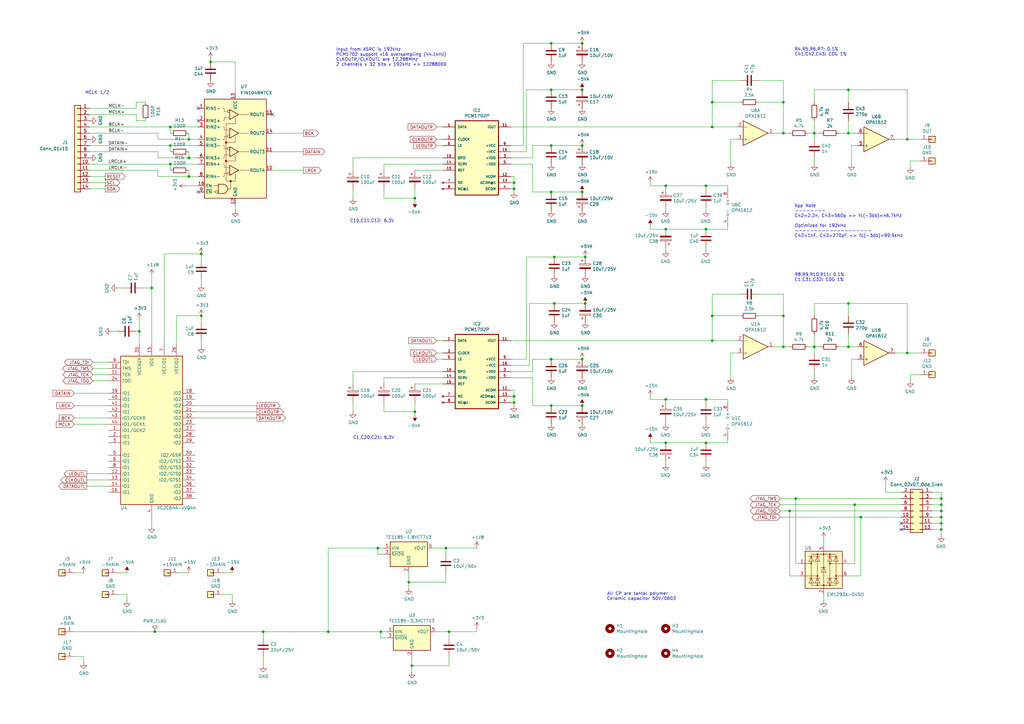
<source format=kicad_sch>
(kicad_sch (version 20250114) (generator "eeschema") (generator_version "9.0")
  (paper "A3")
  (title_block (title "DAC I2S NOS") (date "2022-06-16") (rev "V5"))
  (text "All CP are tantal polymer\nCeramic capacitor 50V/0603" (at 248.92 246.38 0) (effects (font (size 1.27 1.27)) (justify left bottom)))
  (text "C1,C20,C21: 6.3V" (at 144.78 180.34 0) (effects (font (size 1.27 1.27)) (justify left bottom)))
  (text "R8,R9,R10,R11: 0.1%\nC1,C31,C32: C0G 1%" (at 325.882 115.57 0) (effects (font (size 1.27 1.27)) (justify left bottom)))
  (text "C10,C11,C12: 6.3V" (at 143.51 91.44 0) (effects (font (size 1.27 1.27)) (justify left bottom)))
  (text "R4,R5,R6,R7: 0.1%\nC41,C42,C43: C0G 1%" (at 325.882 23.114 0) (effects (font (size 1.27 1.27)) (justify left bottom)))
  (text "Input from ASRC is 192kHz\nPCM1702 support x16 oversampling (44.1kHz)\nCLKOUTR/CLKOUTL are 12.288MHz\n2 channels x 32 bits x 192kHz => 12288000" (at 137.795 27.305 0) (effects (font (size 1.27 1.27)) (justify left bottom)))
  (text "App Note\n--------\nC42=2.2n, C43=560p => fc(-3db)=46.7kHz\n\nOptimized for 192kHz\n--------------------\nC42=1nF, C43=270pF => fc(-3db)=99.9kHz" (at 325.882 90.678 0) (effects (font (size 1.27 1.27)) (justify left)))
  (text "MCLK 1/2" (at 39.878 38.1 0) (effects (font (size 1.27 1.27))))
  (junction (at 372.11 57.15))
  (junction (at 289.56 76.2))
  (junction (at 386.08 209.55))
  (junction (at 372.11 144.78))
  (junction (at 226.06 59.69))
  (junction (at 69.85 59.69))
  (junction (at 273.05 181.61))
  (junction (at 273.05 76.2))
  (junction (at 154.94 224.79))
  (junction (at 386.08 217.17))
  (junction (at 210.82 74.93))
  (junction (at 107.95 259.08))
  (junction (at 347.98 36.83))
  (junction (at 227.33 124.46))
  (junction (at 226.06 36.83))
  (junction (at 238.76 36.83))
  (junction (at 334.01 54.61))
  (junction (at 321.31 142.24))
  (junction (at 210.82 165.1))
  (junction (at 69.85 67.31))
  (junction (at 240.03 124.46))
  (junction (at 77.47 57.15))
  (junction (at 210.82 162.56))
  (junction (at 226.06 147.32))
  (junction (at 69.85 52.07))
  (junction (at 184.15 259.08))
  (junction (at 347.98 124.46))
  (junction (at 238.76 166.37))
  (junction (at 170.18 168.91))
  (junction (at 292.1 129.54))
  (junction (at 240.03 105.41))
  (junction (at 386.08 212.09))
  (junction (at 321.31 54.61))
  (junction (at 386.08 207.01))
  (junction (at 334.01 142.24))
  (junction (at 238.76 78.74))
  (junction (at 168.91 273.05))
  (junction (at 82.55 104.14))
  (junction (at 238.76 17.78))
  (junction (at 326.39 204.47))
  (junction (at 134.62 259.08))
  (junction (at 238.76 59.69))
  (junction (at 82.55 129.54))
  (junction (at 273.05 93.98))
  (junction (at 226.06 166.37))
  (junction (at 156.21 259.08))
  (junction (at 170.18 81.28))
  (junction (at 386.08 204.47))
  (junction (at 386.08 214.63))
  (junction (at 77.47 64.77))
  (junction (at 57.15 135.89))
  (junction (at 62.23 118.11))
  (junction (at 227.33 105.41))
  (junction (at 292.1 139.7))
  (junction (at 350.52 207.01))
  (junction (at 273.05 163.83))
  (junction (at 167.64 238.76))
  (junction (at 238.76 147.32))
  (junction (at 353.06 212.09))
  (junction (at 226.06 78.74))
  (junction (at 321.31 129.54))
  (junction (at 86.36 25.4))
  (junction (at 292.1 41.91))
  (junction (at 182.88 224.79))
  (junction (at 289.56 93.98))
  (junction (at 63.5 259.08))
  (junction (at 77.47 72.39))
  (junction (at 210.82 77.47))
  (junction (at 292.1 52.07))
  (junction (at 321.31 41.91))
  (junction (at 289.56 181.61))
  (junction (at 289.56 163.83))
  (junction (at 323.85 209.55))
  (junction (at 347.98 142.24))
  (junction (at 226.06 17.78))
  (junction (at 347.98 54.61))
  (no_connect (at 369.57 217.17))
  (no_connect (at 81.28 78.74))
  (no_connect (at 81.28 44.45))
  (no_connect (at 111.76 46.99))
  (no_connect (at 81.28 49.53))
  (no_connect (at 369.57 214.63))
  (wire (pts (xy 30.48 161.29) (xy 44.45 161.29)))
  (wire (pts (xy 55.88 135.89) (xy 57.15 135.89)))
  (wire (pts (xy 334.01 144.78) (xy 334.01 142.24)))
  (wire (pts (xy 95.25 234.95) (xy 91.44 234.95)))
  (wire (pts (xy 157.48 69.85) (xy 157.48 67.31)))
  (wire (pts (xy 218.44 154.94) (xy 218.44 166.37)))
  (wire (pts (xy 382.27 214.63) (xy 386.08 214.63)))
  (wire (pts (xy 386.08 214.63) (xy 386.08 212.09)))
  (wire (pts (xy 363.22 201.93) (xy 363.22 198.12)))
  (wire (pts (xy 64.77 64.77) (xy 77.47 64.77)))
  (wire (pts (xy 184.15 261.62) (xy 184.15 259.08)))
  (wire (pts (xy 36.83 62.23) (xy 64.77 62.23)))
  (wire (pts (xy 34.29 234.95) (xy 30.48 234.95)))
  (wire (pts (xy 210.82 72.39) (xy 209.55 72.39)))
  (wire (pts (xy 34.29 271.78) (xy 34.29 269.24)))
  (wire (pts (xy 63.5 259.08) (xy 107.95 259.08)))
  (wire (pts (xy 214.63 17.78) (xy 214.63 59.69)))
  (wire (pts (xy 30.48 166.37) (xy 44.45 166.37)))
  (wire (pts (xy 170.18 168.91) (xy 170.18 165.1)))
  (wire (pts (xy 209.55 62.23) (xy 215.9 62.23)))
  (wire (pts (xy 210.82 160.02) (xy 209.55 160.02)))
  (wire (pts (xy 209.55 52.07) (xy 292.1 52.07)))
  (wire (pts (xy 111.76 62.23) (xy 124.46 62.23)))
  (wire (pts (xy 218.44 147.32) (xy 226.06 147.32)))
  (wire (pts (xy 336.55 54.61) (xy 334.01 54.61)))
  (wire (pts (xy 326.39 204.47) (xy 320.04 204.47)))
  (wire (pts (xy 210.82 77.47) (xy 210.82 74.93)))
  (wire (pts (xy 179.07 59.69) (xy 181.61 59.69)))
  (wire (pts (xy 157.48 67.31) (xy 181.61 67.31)))
  (wire (pts (xy 273.05 93.98) (xy 266.7 93.98)))
  (wire (pts (xy 334.01 57.15) (xy 334.01 54.61)))
  (wire (pts (xy 62.23 215.9) (xy 62.23 212.09)))
  (wire (pts (xy 62.23 113.03) (xy 62.23 118.11)))
  (wire (pts (xy 210.82 162.56) (xy 209.55 162.56)))
  (wire (pts (xy 214.63 17.78) (xy 226.06 17.78)))
  (wire (pts (xy 326.39 231.14) (xy 326.39 204.47)))
  (wire (pts (xy 167.64 241.3) (xy 167.64 238.76)))
  (wire (pts (xy 30.48 173.99) (xy 44.45 173.99)))
  (wire (pts (xy 170.18 82.55) (xy 170.18 81.28)))
  (wire (pts (xy 209.55 149.86) (xy 217.17 149.86)))
  (wire (pts (xy 386.08 217.17) (xy 386.08 214.63)))
  (wire (pts (xy 218.44 59.69) (xy 226.06 59.69)))
  (wire (pts (xy 77.47 62.23) (xy 77.47 64.77)))
  (wire (pts (xy 210.82 165.1) (xy 210.82 162.56)))
  (wire (pts (xy 298.45 180.34) (xy 298.45 181.61)))
  (wire (pts (xy 386.08 201.93) (xy 382.27 201.93)))
  (wire (pts (xy 292.1 52.07) (xy 292.1 41.91)))
  (wire (pts (xy 273.05 76.2) (xy 266.7 76.2)))
  (wire (pts (xy 273.05 181.61) (xy 266.7 181.61)))
  (wire (pts (xy 386.08 209.55) (xy 386.08 207.01)))
  (wire (pts (xy 30.48 259.08) (xy 63.5 259.08)))
  (wire (pts (xy 44.45 156.21) (xy 38.1 156.21)))
  (wire (pts (xy 273.05 163.83) (xy 273.05 165.1)))
  (wire (pts (xy 336.55 142.24) (xy 334.01 142.24)))
  (wire (pts (xy 226.06 36.83) (xy 238.76 36.83)))
  (wire (pts (xy 298.45 92.71) (xy 298.45 93.98)))
  (wire (pts (xy 373.38 156.21) (xy 373.38 153.67)))
  (wire (pts (xy 321.31 41.91) (xy 321.31 33.02)))
  (wire (pts (xy 64.77 54.61) (xy 64.77 57.15)))
  (wire (pts (xy 299.72 67.31) (xy 299.72 57.15)))
  (wire (pts (xy 36.83 72.39) (xy 43.18 72.39)))
  (wire (pts (xy 382.27 207.01) (xy 386.08 207.01)))
  (wire (pts (xy 157.48 168.91) (xy 170.18 168.91)))
  (wire (pts (xy 289.56 86.36) (xy 289.56 85.09)))
  (wire (pts (xy 170.18 81.28) (xy 170.18 77.47)))
  (wire (pts (xy 62.23 118.11) (xy 62.23 140.97)))
  (wire (pts (xy 289.56 190.5) (xy 289.56 189.23)))
  (wire (pts (xy 214.63 59.69) (xy 209.55 59.69)))
  (wire (pts (xy 181.61 69.85) (xy 170.18 69.85)))
  (wire (pts (xy 347.98 137.16) (xy 347.98 142.24)))
  (wire (pts (xy 34.29 269.24) (xy 30.48 269.24)))
  (wire (pts (xy 77.47 54.61) (xy 77.47 57.15)))
  (wire (pts (xy 55.88 46.99) (xy 55.88 49.53)))
  (wire (pts (xy 372.11 36.83) (xy 372.11 57.15)))
  (wire (pts (xy 179.07 144.78) (xy 181.61 144.78)))
  (wire (pts (xy 302.26 139.7) (xy 292.1 139.7)))
  (wire (pts (xy 36.83 44.45) (xy 55.88 44.45)))
  (wire (pts (xy 320.04 212.09) (xy 353.06 212.09)))
  (wire (pts (xy 321.31 54.61) (xy 317.5 54.61)))
  (wire (pts (xy 35.56 196.85) (xy 44.45 196.85)))
  (wire (pts (xy 64.77 69.85) (xy 64.77 72.39)))
  (wire (pts (xy 69.85 59.69) (xy 69.85 62.23)))
  (wire (pts (xy 210.82 77.47) (xy 209.55 77.47)))
  (wire (pts (xy 64.77 57.15) (xy 77.47 57.15)))
  (wire (pts (xy 334.01 154.94) (xy 334.01 152.4)))
  (wire (pts (xy 181.61 152.4) (xy 144.78 152.4)))
  (wire (pts (xy 195.58 259.08) (xy 195.58 257.81)))
  (wire (pts (xy 77.47 57.15) (xy 81.28 57.15)))
  (wire (pts (xy 218.44 152.4) (xy 218.44 147.32)))
  (wire (pts (xy 179.07 259.08) (xy 184.15 259.08)))
  (wire (pts (xy 82.55 116.84) (xy 82.55 114.3)))
  (wire (pts (xy 77.47 234.95) (xy 73.66 234.95)))
  (wire (pts (xy 157.48 77.47) (xy 157.48 81.28)))
  (wire (pts (xy 209.55 64.77) (xy 218.44 64.77)))
  (wire (pts (xy 80.01 171.45) (xy 105.41 171.45)))
  (wire (pts (xy 321.31 41.91) (xy 321.31 54.61)))
  (wire (pts (xy 36.83 52.07) (xy 69.85 52.07)))
  (wire (pts (xy 156.21 261.62) (xy 156.21 259.08)))
  (wire (pts (xy 210.82 165.1) (xy 209.55 165.1)))
  (wire (pts (xy 353.06 212.09) (xy 369.57 212.09)))
  (wire (pts (xy 382.27 209.55) (xy 386.08 209.55)))
  (wire (pts (xy 58.42 118.11) (xy 62.23 118.11)))
  (wire (pts (xy 303.53 33.02) (xy 292.1 33.02)))
  (wire (pts (xy 168.91 273.05) (xy 168.91 269.24)))
  (wire (pts (xy 57.15 135.89) (xy 57.15 140.97)))
  (wire (pts (xy 77.47 69.85) (xy 77.47 72.39)))
  (wire (pts (xy 273.05 190.5) (xy 273.05 189.23)))
  (wire (pts (xy 167.64 238.76) (xy 182.88 238.76)))
  (wire (pts (xy 347.98 236.22) (xy 353.06 236.22)))
  (wire (pts (xy 36.83 54.61) (xy 64.77 54.61)))
  (wire (pts (xy 226.06 147.32) (xy 238.76 147.32)))
  (wire (pts (xy 303.53 120.65) (xy 292.1 120.65)))
  (wire (pts (xy 298.45 163.83) (xy 289.56 163.83)))
  (wire (pts (xy 347.98 41.91) (xy 347.98 36.83)))
  (wire (pts (xy 321.31 142.24) (xy 317.5 142.24)))
  (wire (pts (xy 334.01 41.91) (xy 334.01 36.83)))
  (wire (pts (xy 44.45 199.39) (xy 35.56 199.39)))
  (wire (pts (xy 347.98 36.83) (xy 372.11 36.83)))
  (wire (pts (xy 289.56 163.83) (xy 289.56 165.1)))
  (wire (pts (xy 64.77 62.23) (xy 64.77 64.77)))
  (wire (pts (xy 96.52 25.4) (xy 86.36 25.4)))
  (wire (pts (xy 334.01 54.61) (xy 331.47 54.61)))
  (wire (pts (xy 298.45 93.98) (xy 289.56 93.98)))
  (wire (pts (xy 350.52 231.14) (xy 350.52 207.01)))
  (wire (pts (xy 105.41 168.91) (xy 80.01 168.91)))
  (wire (pts (xy 86.36 24.13) (xy 86.36 25.4)))
  (wire (pts (xy 55.88 41.91) (xy 59.69 41.91)))
  (wire (pts (xy 77.47 64.77) (xy 81.28 64.77)))
  (wire (pts (xy 215.9 105.41) (xy 227.33 105.41)))
  (wire (pts (xy 69.85 52.07) (xy 81.28 52.07)))
  (wire (pts (xy 82.55 132.08) (xy 82.55 129.54)))
  (wire (pts (xy 35.56 194.31) (xy 44.45 194.31)))
  (wire (pts (xy 266.7 163.83) (xy 266.7 162.56)))
  (wire (pts (xy 154.94 224.79) (xy 157.48 224.79)))
  (wire (pts (xy 55.88 44.45) (xy 55.88 41.91)))
  (wire (pts (xy 227.33 105.41) (xy 240.03 105.41)))
  (wire (pts (xy 44.45 148.59) (xy 38.1 148.59)))
  (wire (pts (xy 36.83 74.93) (xy 43.18 74.93)))
  (wire (pts (xy 167.64 238.76) (xy 167.64 234.95)))
  (wire (pts (xy 299.72 57.15) (xy 302.26 57.15)))
  (wire (pts (xy 168.91 275.59) (xy 168.91 273.05)))
  (wire (pts (xy 96.52 83.82) (xy 96.52 86.36)))
  (wire (pts (xy 134.62 259.08) (xy 156.21 259.08)))
  (wire (pts (xy 347.98 54.61) (xy 344.17 54.61)))
  (wire (pts (xy 69.85 52.07) (xy 69.85 54.61)))
  (wire (pts (xy 69.85 67.31) (xy 81.28 67.31)))
  (wire (pts (xy 158.75 261.62) (xy 156.21 261.62)))
  (wire (pts (xy 311.15 41.91) (xy 321.31 41.91)))
  (wire (pts (xy 218.44 78.74) (xy 226.06 78.74)))
  (wire (pts (xy 144.78 168.91) (xy 144.78 165.1)))
  (wire (pts (xy 134.62 224.79) (xy 154.94 224.79)))
  (wire (pts (xy 323.85 236.22) (xy 323.85 209.55)))
  (wire (pts (xy 157.48 154.94) (xy 181.61 154.94)))
  (wire (pts (xy 209.55 147.32) (xy 215.9 147.32)))
  (wire (pts (xy 157.48 157.48) (xy 157.48 154.94)))
  (wire (pts (xy 64.77 72.39) (xy 77.47 72.39)))
  (wire (pts (xy 323.85 54.61) (xy 321.31 54.61)))
  (wire (pts (xy 44.45 153.67) (xy 38.1 153.67)))
  (wire (pts (xy 96.52 38.1) (xy 96.52 25.4)))
  (wire (pts (xy 144.78 64.77) (xy 144.78 69.85)))
  (wire (pts (xy 372.11 57.15) (xy 367.03 57.15)))
  (wire (pts (xy 226.06 166.37) (xy 238.76 166.37)))
  (wire (pts (xy 107.95 261.62) (xy 107.95 259.08)))
  (wire (pts (xy 80.01 166.37) (xy 105.41 166.37)))
  (wire (pts (xy 349.25 154.94) (xy 349.25 147.32)))
  (wire (pts (xy 292.1 33.02) (xy 292.1 41.91)))
  (wire (pts (xy 321.31 129.54) (xy 321.31 142.24)))
  (wire (pts (xy 179.07 52.07) (xy 181.61 52.07)))
  (wire (pts (xy 292.1 139.7) (xy 292.1 129.54)))
  (wire (pts (xy 292.1 129.54) (xy 303.53 129.54)))
  (wire (pts (xy 298.45 77.47) (xy 298.45 76.2)))
  (wire (pts (xy 36.83 59.69) (xy 69.85 59.69)))
  (wire (pts (xy 320.04 209.55) (xy 323.85 209.55)))
  (wire (pts (xy 218.44 166.37) (xy 226.06 166.37)))
  (wire (pts (xy 157.48 227.33) (xy 154.94 227.33)))
  (wire (pts (xy 327.66 236.22) (xy 323.85 236.22)))
  (wire (pts (xy 210.82 166.37) (xy 210.82 165.1)))
  (wire (pts (xy 386.08 204.47) (xy 386.08 201.93)))
  (wire (pts (xy 334.01 54.61) (xy 334.01 49.53)))
  (wire (pts (xy 95.25 243.84) (xy 91.44 243.84)))
  (wire (pts (xy 266.7 76.2) (xy 266.7 74.93)))
  (wire (pts (xy 323.85 209.55) (xy 369.57 209.55)))
  (wire (pts (xy 156.21 259.08) (xy 158.75 259.08)))
  (wire (pts (xy 347.98 142.24) (xy 344.17 142.24)))
  (wire (pts (xy 179.07 139.7) (xy 181.61 139.7)))
  (wire (pts (xy 48.26 135.89) (xy 45.72 135.89)))
  (wire (pts (xy 107.95 259.08) (xy 134.62 259.08)))
  (wire (pts (xy 82.55 129.54) (xy 72.39 129.54)))
  (wire (pts (xy 55.88 49.53) (xy 59.69 49.53)))
  (wire (pts (xy 226.06 78.74) (xy 238.76 78.74)))
  (wire (pts (xy 321.31 129.54) (xy 321.31 120.65)))
  (wire (pts (xy 184.15 273.05) (xy 184.15 269.24)))
  (wire (pts (xy 67.31 104.14) (xy 67.31 140.97)))
  (wire (pts (xy 179.07 57.15) (xy 181.61 57.15)))
  (wire (pts (xy 289.56 76.2) (xy 289.56 77.47)))
  (wire (pts (xy 289.56 163.83) (xy 273.05 163.83)))
  (wire (pts (xy 347.98 124.46) (xy 372.11 124.46)))
  (wire (pts (xy 334.01 36.83) (xy 347.98 36.83)))
  (wire (pts (xy 289.56 173.99) (xy 289.56 172.72)))
  (wire (pts (xy 334.01 124.46) (xy 347.98 124.46)))
  (wire (pts (xy 218.44 78.74) (xy 218.44 67.31)))
  (wire (pts (xy 386.08 219.71) (xy 386.08 217.17)))
  (wire (pts (xy 226.06 17.78) (xy 238.76 17.78)))
  (wire (pts (xy 289.56 181.61) (xy 273.05 181.61)))
  (wire (pts (xy 218.44 67.31) (xy 209.55 67.31)))
  (wire (pts (xy 334.01 67.31) (xy 334.01 64.77)))
  (wire (pts (xy 144.78 152.4) (xy 144.78 157.48)))
  (wire (pts (xy 52.07 243.84) (xy 48.26 243.84)))
  (wire (pts (xy 170.18 170.18) (xy 170.18 168.91)))
  (wire (pts (xy 134.62 224.79) (xy 134.62 259.08)))
  (wire (pts (xy 52.07 246.38) (xy 52.07 243.84)))
  (wire (pts (xy 327.66 231.14) (xy 326.39 231.14)))
  (wire (pts (xy 299.72 144.78) (xy 302.26 144.78)))
  (wire (pts (xy 349.25 67.31) (xy 349.25 59.69)))
  (wire (pts (xy 36.83 67.31) (xy 69.85 67.31)))
  (wire (pts (xy 321.31 120.65) (xy 311.15 120.65)))
  (wire (pts (xy 182.88 224.79) (xy 195.58 224.79)))
  (wire (pts (xy 334.01 142.24) (xy 334.01 137.16)))
  (wire (pts (xy 321.31 33.02) (xy 311.15 33.02)))
  (wire (pts (xy 289.56 93.98) (xy 273.05 93.98)))
  (wire (pts (xy 52.07 234.95) (xy 48.26 234.95)))
  (wire (pts (xy 298.45 181.61) (xy 289.56 181.61)))
  (wire (pts (xy 273.05 86.36) (xy 273.05 85.09)))
  (wire (pts (xy 154.94 227.33) (xy 154.94 224.79)))
  (wire (pts (xy 349.25 147.32) (xy 351.79 147.32)))
  (wire (pts (xy 227.33 124.46) (xy 240.03 124.46)))
  (wire (pts (xy 298.45 76.2) (xy 289.56 76.2)))
  (wire (pts (xy 217.17 149.86) (xy 217.17 124.46)))
  (wire (pts (xy 350.52 207.01) (xy 369.57 207.01)))
  (wire (pts (xy 382.27 212.09) (xy 386.08 212.09)))
  (wire (pts (xy 372.11 144.78) (xy 367.03 144.78)))
  (wire (pts (xy 372.11 124.46) (xy 372.11 144.78)))
  (wire (pts (xy 144.78 81.28) (xy 144.78 77.47)))
  (wire (pts (xy 82.55 142.24) (xy 82.55 139.7)))
  (wire (pts (xy 179.07 147.32) (xy 181.61 147.32)))
  (wire (pts (xy 184.15 259.08) (xy 195.58 259.08)))
  (wire (pts (xy 334.01 142.24) (xy 331.47 142.24)))
  (wire (pts (xy 209.55 152.4) (xy 218.44 152.4)))
  (wire (pts (xy 210.82 162.56) (xy 210.82 160.02)))
  (wire (pts (xy 182.88 238.76) (xy 182.88 234.95)))
  (wire (pts (xy 111.76 54.61) (xy 124.46 54.61)))
  (wire (pts (xy 82.55 104.14) (xy 67.31 104.14)))
  (wire (pts (xy 351.79 54.61) (xy 347.98 54.61)))
  (wire (pts (xy 76.2 76.2) (xy 81.28 76.2)))
  (wire (pts (xy 273.05 102.87) (xy 273.05 101.6)))
  (wire (pts (xy 36.83 77.47) (xy 43.18 77.47)))
  (wire (pts (xy 157.48 165.1) (xy 157.48 168.91)))
  (wire (pts (xy 320.04 207.01) (xy 350.52 207.01)))
  (wire (pts (xy 347.98 129.54) (xy 347.98 124.46)))
  (wire (pts (xy 302.26 52.07) (xy 292.1 52.07)))
  (wire (pts (xy 210.82 78.74) (xy 210.82 77.47)))
  (wire (pts (xy 107.95 273.05) (xy 107.95 269.24)))
  (wire (pts (xy 77.47 72.39) (xy 81.28 72.39)))
  (wire (pts (xy 215.9 62.23) (xy 215.9 36.83)))
  (wire (pts (xy 289.56 76.2) (xy 273.05 76.2)))
  (wire (pts (xy 111.76 69.85) (xy 124.46 69.85)))
  (wire (pts (xy 373.38 68.58) (xy 373.38 66.04)))
  (wire (pts (xy 168.91 273.05) (xy 184.15 273.05)))
  (wire (pts (xy 337.82 246.38) (xy 337.82 243.84)))
  (wire (pts (xy 369.57 201.93) (xy 363.22 201.93)))
  (wire (pts (xy 382.27 204.47) (xy 386.08 204.47)))
  (wire (pts (xy 218.44 64.77) (xy 218.44 59.69)))
  (wire (pts (xy 69.85 59.69) (xy 81.28 59.69)))
  (wire (pts (xy 273.05 173.99) (xy 273.05 172.72)))
  (wire (pts (xy 369.57 204.47) (xy 326.39 204.47)))
  (wire (pts (xy 377.19 144.78) (xy 372.11 144.78)))
  (wire (pts (xy 292.1 41.91) (xy 303.53 41.91)))
  (wire (pts (xy 289.56 102.87) (xy 289.56 101.6)))
  (wire (pts (xy 311.15 129.54) (xy 321.31 129.54)))
  (wire (pts (xy 273.05 76.2) (xy 273.05 77.47)))
  (wire (pts (xy 347.98 49.53) (xy 347.98 54.61)))
  (wire (pts (xy 181.61 64.77) (xy 144.78 64.77)))
  (wire (pts (xy 266.7 93.98) (xy 266.7 92.71)))
  (wire (pts (xy 373.38 153.67) (xy 377.19 153.67)))
  (wire (pts (xy 157.48 81.28) (xy 170.18 81.28)))
  (wire (pts (xy 382.27 217.17) (xy 386.08 217.17)))
  (wire (pts (xy 217.17 124.46) (xy 227.33 124.46)))
  (wire (pts (xy 226.06 59.69) (xy 238.76 59.69)))
  (wire (pts (xy 292.1 120.65) (xy 292.1 129.54)))
  (wire (pts (xy 353.06 236.22) (xy 353.06 212.09)))
  (wire (pts (xy 377.19 57.15) (xy 372.11 57.15)))
  (wire (pts (xy 95.25 246.38) (xy 95.25 243.84)))
  (wire (pts (xy 209.55 154.94) (xy 218.44 154.94)))
  (wire (pts (xy 347.98 231.14) (xy 350.52 231.14)))
  (wire (pts (xy 386.08 212.09) (xy 386.08 209.55)))
  (wire (pts (xy 351.79 142.24) (xy 347.98 142.24)))
  (wire (pts (xy 57.15 130.81) (xy 57.15 135.89)))
  (wire (pts (xy 386.08 207.01) (xy 386.08 204.47)))
  (wire (pts (xy 44.45 151.13) (xy 38.1 151.13)))
  (wire (pts (xy 273.05 163.83) (xy 266.7 163.83)))
  (wire (pts (xy 182.88 227.33) (xy 182.88 224.79)))
  (wire (pts (xy 50.8 118.11) (xy 48.26 118.11)))
  (wire (pts (xy 334.01 129.54) (xy 334.01 124.46)))
  (wire (pts (xy 215.9 147.32) (xy 215.9 105.41)))
  (wire (pts (xy 299.72 154.94) (xy 299.72 144.78)))
  (wire (pts (xy 177.8 224.79) (xy 182.88 224.79)))
  (wire (pts (xy 337.82 223.52) (xy 337.82 220.98)))
  (wire (pts (xy 36.83 46.99) (xy 55.88 46.99)))
  (wire (pts (xy 373.38 66.04) (xy 377.19 66.04)))
  (wire (pts (xy 266.7 181.61) (xy 266.7 180.34)))
  (wire (pts (xy 82.55 106.68) (xy 82.55 104.14)))
  (wire (pts (xy 210.82 74.93) (xy 209.55 74.93)))
  (wire (pts (xy 36.83 69.85) (xy 64.77 69.85)))
  (wire (pts (xy 69.85 67.31) (xy 69.85 69.85)))
  (wire (pts (xy 210.82 74.93) (xy 210.82 72.39)))
  (wire (pts (xy 72.39 129.54) (xy 72.39 140.97)))
  (wire (pts (xy 298.45 165.1) (xy 298.45 163.83)))
  (wire (pts (xy 323.85 142.24) (xy 321.31 142.24)))
  (wire (pts (xy 349.25 59.69) (xy 351.79 59.69)))
  (wire (pts (xy 30.48 171.45) (xy 44.45 171.45)))
  (wire (pts (xy 215.9 36.83) (xy 226.06 36.83)))
  (wire (pts (xy 181.61 157.48) (xy 170.18 157.48)))
  (wire (pts (xy 209.55 139.7) (xy 292.1 139.7)))
  (label "MCLK-" (at 44.45 44.45 0))
  (label "DATAIN-" (at 44.45 59.69 0))
  (label "BCLK-" (at 44.45 54.61 0))
  (label "MCLK+" (at 44.45 46.99 0))
  (label "LRCLK-" (at 44.45 69.85 0))
  (label "DATAIN+" (at 44.45 62.23 0))
  (label "BCLK+" (at 44.45 52.07 0))
  (label "LRCLK+" (at 44.45 67.31 0))
  (global_label "LEOUTR" (shape input) (at 179.07 59.69 180) (property "Intersheetrefs" "${INTERSHEET_REFS}" (effects (hide yes))))
  (global_label "DATAOUTL" (shape output) (at 35.56 199.39 180) (property "Intersheetrefs" "${INTERSHEET_REFS}" (effects (hide yes))))
  (global_label "BCK" (shape output) (at 124.46 54.61 0) (property "Intersheetrefs" "${INTERSHEET_REFS}" (effects (hide yes))))
  (global_label "CLKOUTR" (shape output) (at 105.41 168.91 0) (property "Intersheetrefs" "${INTERSHEET_REFS}" (effects (hide yes))))
  (global_label "DATAIN" (shape output) (at 124.46 62.23 0) (property "Intersheetrefs" "${INTERSHEET_REFS}" (effects (hide yes))))
  (global_label "LEOUTR" (shape output) (at 105.41 166.37 0) (property "Intersheetrefs" "${INTERSHEET_REFS}" (effects (hide yes))))
  (global_label "CLKOUTL" (shape input) (at 179.07 144.78 180) (property "Intersheetrefs" "${INTERSHEET_REFS}" (effects (hide yes))))
  (global_label "MCLK" (shape input) (at 30.48 173.99 180) (property "Intersheetrefs" "${INTERSHEET_REFS}" (effects (hide yes))))
  (global_label "CLKOUTL" (shape output) (at 35.56 196.85 180) (property "Intersheetrefs" "${INTERSHEET_REFS}" (effects (hide yes))))
  (global_label "JTAG_TDI" (shape bidirectional) (at 320.04 212.09 180) (property "Intersheetrefs" "${INTERSHEET_REFS}" (effects (hide yes))))
  (global_label "DATAOUTR" (shape input) (at 179.07 52.07 180) (property "Intersheetrefs" "${INTERSHEET_REFS}" (effects (hide yes))))
  (global_label "SDA" (shape output) (at 43.18 77.47 0) (property "Intersheetrefs" "${INTERSHEET_REFS}" (effects (hide yes))))
  (global_label "LEOUTL" (shape input) (at 179.07 147.32 180) (property "Intersheetrefs" "${INTERSHEET_REFS}" (effects (hide yes))))
  (global_label "LRCK" (shape output) (at 124.46 69.85 0) (property "Intersheetrefs" "${INTERSHEET_REFS}" (effects (hide yes))))
  (global_label "JTAG_TMS" (shape bidirectional) (at 320.04 204.47 180) (property "Intersheetrefs" "${INTERSHEET_REFS}" (effects (hide yes))))
  (global_label "RESET" (shape output) (at 43.18 72.39 0) (property "Intersheetrefs" "${INTERSHEET_REFS}" (effects (hide yes))))
  (global_label "DATAOUTR" (shape output) (at 105.41 171.45 0) (property "Intersheetrefs" "${INTERSHEET_REFS}" (effects (hide yes))))
  (global_label "CLKOUTR" (shape input) (at 179.07 57.15 180) (property "Intersheetrefs" "${INTERSHEET_REFS}" (effects (hide yes))))
  (global_label "JTAG_TDI" (shape bidirectional) (at 38.1 148.59 180) (property "Intersheetrefs" "${INTERSHEET_REFS}" (effects (hide yes))))
  (global_label "LRCK" (shape input) (at 30.48 166.37 180) (property "Intersheetrefs" "${INTERSHEET_REFS}" (effects (hide yes))))
  (global_label "DATAIN" (shape input) (at 30.48 161.29 180) (property "Intersheetrefs" "${INTERSHEET_REFS}" (effects (hide yes))))
  (global_label "JTAG_TDO" (shape bidirectional) (at 38.1 156.21 180) (property "Intersheetrefs" "${INTERSHEET_REFS}" (effects (hide yes))))
  (global_label "JTAG_TMS" (shape bidirectional) (at 38.1 151.13 180) (property "Intersheetrefs" "${INTERSHEET_REFS}" (effects (hide yes))))
  (global_label "DATAOUTL" (shape input) (at 179.07 139.7 180) (property "Intersheetrefs" "${INTERSHEET_REFS}" (effects (hide yes))))
  (global_label "LEOUTL" (shape output) (at 35.56 194.31 180) (property "Intersheetrefs" "${INTERSHEET_REFS}" (effects (hide yes))))
  (global_label "BCK" (shape input) (at 30.48 171.45 180) (property "Intersheetrefs" "${INTERSHEET_REFS}" (effects (hide yes))))
  (global_label "JTAG_TCK" (shape bidirectional) (at 320.04 207.01 180) (property "Intersheetrefs" "${INTERSHEET_REFS}" (effects (hide yes))))
  (global_label "SCL" (shape output) (at 43.18 74.93 0) (property "Intersheetrefs" "${INTERSHEET_REFS}" (effects (hide yes))))
  (global_label "JTAG_TDO" (shape bidirectional) (at 320.04 209.55 180) (property "Intersheetrefs" "${INTERSHEET_REFS}" (effects (hide yes))))
  (global_label "JTAG_TCK" (shape bidirectional) (at 38.1 153.67 180) (property "Intersheetrefs" "${INTERSHEET_REFS}" (effects (hide yes))))
  (symbol (lib_id "Mechanical:MountingHole") (at 250.19 257.81 0) (unit 1)
    (property "Reference" "H1" (at 252.73 256.6416 0) (effects (justify left)))
    (property "Value" "MountingHole" (at 252.73 258.953 0) (effects (justify left)))
    (property "Footprint" "MountingHole:MountingHole_3.2mm_M3" (effects (hide yes)))
  )
  (symbol (lib_id "Mechanical:MountingHole") (at 273.05 257.81 0) (unit 1)
    (property "Reference" "H3" (at 275.59 256.6416 0) (effects (justify left)))
    (property "Value" "MountingHole" (at 275.59 258.953 0) (effects (justify left)))
    (property "Footprint" "MountingHole:MountingHole_3.2mm_M3" (effects (hide yes)))
  )
  (symbol (lib_id "Mechanical:MountingHole") (at 250.19 267.97 0) (unit 1)
    (property "Reference" "H2" (at 252.73 266.8016 0) (effects (justify left)))
    (property "Value" "MountingHole" (at 252.73 269.113 0) (effects (justify left)))
    (property "Footprint" "MountingHole:MountingHole_3.2mm_M3" (effects (hide yes)))
  )
  (symbol (lib_id "Mechanical:MountingHole") (at 273.05 267.97 0) (unit 1)
    (property "Reference" "H4" (at 275.59 266.8016 0) (effects (justify left)))
    (property "Value" "MountingHole" (at 275.59 269.113 0) (effects (justify left)))
    (property "Footprint" "MountingHole:MountingHole_3.2mm_M3" (effects (hide yes)))
  )
  (symbol (lib_id "power:PWR_FLAG") (at 63.5 259.08 0) (unit 1)
    (property "Reference" "#FLG0102" (effects (hide yes)))
    (property "Value" "PWR_FLAG" (at 63.5 254.6858 0))
  )
  (symbol (lib_id "kicad-snk:XC2C64A-xVQ44") (at 62.23 176.53 0) (unit 1)
    (property "Reference" "U4" (at 50.8 208.28 0))
    (property "Value" "XC2C64A-xVQ44" (at 72.39 208.28 0))
    (property "Footprint" "Package_QFP:TQFP-44_10x10mm_P0.8mm" (effects (hide yes)))
    (property "Datasheet" "https://www.xilinx.com/support/documentation/data_sheets/ds311.pdf" (effects (hide yes)))
  )
  (symbol (lib_id "Regulator_Linear:TC1017-xCT") (at 167.64 227.33 0) (unit 1)
    (property "Reference" "U2" (at 167.64 218.0082 0))
    (property "Value" "TC1185-1.8VCT713" (at 167.64 220.3196 0))
    (property "Footprint" "Package_TO_SOT_SMD:SOT-23-5" (effects (hide yes)))
    (property "Datasheet" "http://ww1.microchip.com/downloads/en/DeviceDoc/21813F.pdf" (effects (hide yes)))
  )
  (symbol (lib_id "Regulator_Linear:TC1017-xCT") (at 168.91 261.62 0) (unit 1)
    (property "Reference" "U3" (at 168.91 252.2982 0))
    (property "Value" "TC1185-3.3VCT713" (at 168.91 254.6096 0))
    (property "Footprint" "Package_TO_SOT_SMD:SOT-23-5" (effects (hide yes)))
    (property "Datasheet" "http://ww1.microchip.com/downloads/en/DeviceDoc/21813F.pdf" (effects (hide yes)))
  )
  (symbol (lib_id "Device:C") (at 82.55 110.49 180) (unit 1)
    (property "Reference" "C5" (at 79.629 111.6584 0) (effects (justify left)))
    (property "Value" "1uF" (at 79.629 109.347 0) (effects (justify left)))
    (property "Footprint" "Capacitor_SMD:C_0603_1608Metric_Pad1.08x0.95mm_HandSolder" (effects (hide yes)))
  )
  (symbol (lib_id "Power_Protection:USBLC6-4SC6") (at 337.82 233.68 0) (unit 1)
    (property "Reference" "U5" (at 331.47 224.79 0))
    (property "Value" "CM1293A−04SO" (at 346.71 243.84 0))
    (property "Footprint" "Package_SO:SC-74-6_1.5x2.9mm_P0.95mm" (effects (hide yes)))
    (property "Datasheet" "https://www.st.com/resource/en/datasheet/usblc6-4.pdf" (effects (hide yes)))
  )
  (symbol (lib_id "power:GND") (at 337.82 246.38 0) (mirror y) (unit 1)
    (property "Reference" "#PWR0107" (effects (hide yes)))
    (property "Value" "GND" (at 337.693 250.7742 0))
  )
  (symbol (lib_id "power:+3.3V") (at 337.82 220.98 0) (unit 1)
    (property "Reference" "#PWR0108" (effects (hide yes)))
    (property "Value" "+3V3" (at 338.201 216.5858 0))
  )
  (symbol (lib_id "Connector_Generic:Conn_02x07_Odd_Even") (at 377.19 209.55 0) (mirror y) (unit 1)
    (property "Reference" "J2" (at 375.92 196.4182 0))
    (property "Value" "Conn_02x07_Odd_Even" (at 375.92 198.7296 0))
    (property "Footprint" "Connector_PinHeader_2.00mm:PinHeader_2x07_P2.00mm_Vertical" (effects (hide yes)))
  )
  (symbol (lib_id "power:GND") (at 386.08 219.71 0) (mirror y) (unit 1)
    (property "Reference" "#PWR0109" (effects (hide yes)))
    (property "Value" "GND" (at 385.953 224.1042 0))
  )
  (symbol (lib_id "power:+3.3V") (at 363.22 198.12 0) (unit 1)
    (property "Reference" "#PWR0110" (effects (hide yes)))
    (property "Value" "+3V3" (at 363.601 193.7258 0))
  )
  (symbol (lib_id "kicad-snk:PCM1702P") (at 194.31 64.77 0) (unit 1)
    (property "Reference" "IC1" (at 195.58 45.212 0))
    (property "Value" "PCM1702P" (at 195.58 47.5234 0))
    (property "Footprint" "Package_DIP:DIP-16_W7.62mm" (effects (hide yes)))
    (property "OC_FARNELL" "1509912" (effects (hide yes)))
    (property "MPN" "PCM1702P-J" (effects (hide yes)))
    (property "MF" "TEXAS INSTRUMENT CONNECTORS" (effects (hide yes)))
    (property "OC_NEWARK" "75C5298" (effects (hide yes)))
  )
  (symbol (lib_id "dac-i2s-nos-rescue:CP-Device") (at 170.18 73.66 0) (unit 1)
    (property "Reference" "C12" (at 173.1772 72.4916 0) (effects (justify left)))
    (property "Value" "100uF" (at 173.1772 74.803 0) (effects (justify left)))
    (property "Footprint" "Capacitor_SMD:C_1206_3216Metric_Pad1.33x1.80mm_HandSolder" (effects (hide yes)))
  )
  (symbol (lib_id "dac-i2s-nos-rescue:CP-Device") (at 157.48 73.66 0) (unit 1)
    (property "Reference" "C11" (at 160.4772 72.4916 0) (effects (justify left)))
    (property "Value" "100uF" (at 160.4772 74.803 0) (effects (justify left)))
    (property "Footprint" "Capacitor_SMD:C_1206_3216Metric_Pad1.33x1.80mm_HandSolder" (effects (hide yes)))
  )
  (symbol (lib_id "dac-i2s-nos-rescue:CP-Device") (at 144.78 73.66 0) (unit 1)
    (property "Reference" "C10" (at 147.7772 72.4916 0) (effects (justify left)))
    (property "Value" "100uF" (at 147.7772 74.803 0) (effects (justify left)))
    (property "Footprint" "Capacitor_SMD:C_1206_3216Metric_Pad1.33x1.80mm_HandSolder" (effects (hide yes)))
  )
  (symbol (lib_id "power:GND") (at 210.82 78.74 0) (unit 1)
    (property "Reference" "#PWR0125" (effects (hide yes)))
    (property "Value" "GND" (at 210.947 83.1342 0))
  )
  (symbol (lib_id "power:GND") (at 168.91 275.59 0) (unit 1)
    (property "Reference" "#PWR0102" (effects (hide yes)))
    (property "Value" "GND" (at 169.037 279.9842 0))
  )
  (symbol (lib_id "power:GND") (at 167.64 241.3 0) (unit 1)
    (property "Reference" "#PWR0103" (effects (hide yes)))
    (property "Value" "GND" (at 167.767 245.6942 0))
  )
  (symbol (lib_id "power:-5VA") (at 170.18 82.55 180) (unit 1)
    (property "Reference" "#PWR0132" (effects (hide yes)))
    (property "Value" "-5VA" (at 169.799 86.9442 0))
  )
  (symbol (lib_id "dac-i2s-nos-rescue:CP-Device") (at 273.05 168.91 0) (unit 1)
    (property "Reference" "C35" (at 276.0472 167.7416 0) (effects (justify left)))
    (property "Value" "10uF/25V" (at 276.0472 170.053 0) (effects (justify left)))
    (property "Footprint" "Capacitor_Tantalum_SMD:CP_EIA-3528-21_Kemet-B_Pad1.50x2.35mm_HandSolder" (effects (hide yes)))
    (property "Datasheet" "https://www.digikey.ch/product-detail/de/TCJB106M025R0100/478-8057-1-ND/3900673" (effects (hide yes)))
  )
  (symbol (lib_id "dac-i2s-nos-rescue:CP-Device") (at 273.05 185.42 180) (unit 1)
    (property "Reference" "C36" (at 270.0528 186.5884 0) (effects (justify left)))
    (property "Value" "10uF/25V" (at 270.0528 184.277 0) (effects (justify left)))
    (property "Footprint" "Capacitor_Tantalum_SMD:CP_EIA-3528-21_Kemet-B_Pad1.50x2.35mm_HandSolder" (effects (hide yes)))
  )
  (symbol (lib_id "Device:C") (at 289.56 168.91 0) (unit 1)
    (property "Reference" "C33" (at 292.481 167.7416 0) (effects (justify left)))
    (property "Value" "1uF" (at 292.481 170.053 0) (effects (justify left)))
    (property "Footprint" "Capacitor_SMD:C_0603_1608Metric_Pad1.08x0.95mm_HandSolder" (effects (hide yes)))
  )
  (symbol (lib_id "Device:C") (at 289.56 185.42 180) (unit 1)
    (property "Reference" "C34" (at 286.639 186.5884 0) (effects (justify left)))
    (property "Value" "1uF" (at 286.639 184.277 0) (effects (justify left)))
    (property "Footprint" "Capacitor_SMD:C_0603_1608Metric_Pad1.08x0.95mm_HandSolder" (effects (hide yes)))
  )
  (symbol (lib_id "Amplifier_Operational:OPA1678") (at 309.88 142.24 0) (mirror x) (unit 1)
    (property "Reference" "U1" (at 309.88 132.9182 0))
    (property "Value" "OPA1612" (at 309.88 135.2296 0))
    (property "Footprint" "Package_SO:SOIC-8_3.9x4.9mm_P1.27mm" (effects (hide yes)))
    (property "Datasheet" "https://www.digikey.ch/product-detail/de/texas-instruments/OPA1612AIDR/296-39098-1-ND/5143116" (effects (hide yes)))
  )
  (symbol (lib_id "Amplifier_Operational:OPA1678") (at 300.99 172.72 0) (unit 3)
    (property "Reference" "U1" (at 299.9232 171.5516 0) (effects (justify left)))
    (property "Value" "OPA1612" (at 299.9232 173.863 0) (effects (justify left)))
    (property "Datasheet" "http://www.ti.com/lit/ds/symlink/opa1678.pdf" (effects (hide yes)))
  )
  (symbol (lib_id "power:+1V8") (at 195.58 224.79 0) (unit 1)
    (property "Reference" "#PWR0104" (effects (hide yes)))
    (property "Value" "+1V8" (at 195.961 220.3958 0))
  )
  (symbol (lib_id "power:+3.3V") (at 195.58 257.81 0) (unit 1)
    (property "Reference" "#PWR0105" (effects (hide yes)))
    (property "Value" "+3V3" (at 195.961 253.4158 0))
  )
  (symbol (lib_id "power:GND") (at 144.78 81.28 0) (unit 1)
    (property "Reference" "#PWR0133" (effects (hide yes)))
    (property "Value" "GND" (at 144.907 85.6742 0))
  )
  (symbol (lib_id "Device:R") (at 307.34 129.54 270) (unit 1)
    (property "Reference" "R8" (at 307.34 124.2822 90))
    (property "Value" "2.5k" (at 307.34 126.5936 90))
    (property "Footprint" "Resistor_SMD:R_0805_2012Metric_Pad1.20x1.40mm_HandSolder" (effects (hide yes)))
  )
  (symbol (lib_id "power:GND") (at 107.95 273.05 0) (unit 1)
    (property "Reference" "#PWR0101" (effects (hide yes)))
    (property "Value" "GND" (at 108.077 277.4442 0))
  )
  (symbol (lib_id "Connector_Generic:Conn_01x01") (at 25.4 234.95 180) (unit 1)
    (property "Reference" "J3" (at 27.4828 229.235 0))
    (property "Value" "+5VAIN" (at 27.4828 231.5464 0))
    (property "Footprint" "Connector_Pin:Pin_D1.0mm_L10.0mm" (effects (hide yes)))
  )
  (symbol (lib_id "Device:C") (at 307.34 120.65 90) (unit 1)
    (property "Reference" "C1" (at 306.1716 117.729 0) (effects (justify left)))
    (property "Value" "47p" (at 308.483 117.729 0) (effects (justify left)))
    (property "Footprint" "Capacitor_SMD:C_0805_2012Metric_Pad1.18x1.45mm_HandSolder" (effects (hide yes)))
  )
  (symbol (lib_id "Device:R") (at 327.66 142.24 270) (unit 1)
    (property "Reference" "R9" (at 327.66 136.9822 90))
    (property "Value" "4.7k" (at 327.66 139.2936 90))
    (property "Footprint" "Resistor_SMD:R_0805_2012Metric_Pad1.20x1.40mm_HandSolder" (effects (hide yes)))
  )
  (symbol (lib_id "Device:C") (at 334.01 148.59 0) (unit 1)
    (property "Reference" "C31" (at 336.931 147.4216 0) (effects (justify left)))
    (property "Value" "1n" (at 336.931 149.733 0) (effects (justify left)))
    (property "Footprint" "Capacitor_SMD:C_0805_2012Metric_Pad1.18x1.45mm_HandSolder" (effects (hide yes)))
  )
  (symbol (lib_id "Amplifier_Operational:OPA1678") (at 359.41 144.78 0) (mirror x) (unit 2)
    (property "Reference" "U1" (at 359.41 135.4582 0))
    (property "Value" "OPA1612" (at 359.41 137.7696 0))
    (property "Footprint" "Package_SO:SOIC-8_3.9x4.9mm_P1.27mm" (effects (hide yes)))
    (property "Datasheet" "https://www.digikey.ch/product-detail/de/texas-instruments/OPA1612AIDR/296-39098-1-ND/5143116" (effects (hide yes)))
  )
  (symbol (lib_id "Connector_Generic:Conn_01x01") (at 43.18 234.95 180) (unit 1)
    (property "Reference" "J7" (at 45.2628 229.235 0))
    (property "Value" "-5VAIN" (at 45.2628 231.5464 0))
    (property "Footprint" "Connector_Pin:Pin_D1.0mm_L10.0mm" (effects (hide yes)))
  )
  (symbol (lib_id "Connector_Generic:Conn_01x01") (at 43.18 243.84 180) (unit 1)
    (property "Reference" "J8" (at 45.2628 238.125 0))
    (property "Value" "GND" (at 45.2628 240.4364 0))
    (property "Footprint" "Connector_Pin:Pin_D1.0mm_L10.0mm" (effects (hide yes)))
  )
  (symbol (lib_id "power:GND") (at 52.07 246.38 0) (unit 1)
    (property "Reference" "#PWR0135" (effects (hide yes)))
    (property "Value" "GND" (at 52.197 250.7742 0))
  )
  (symbol (lib_id "power:-5VA") (at 52.07 234.95 0) (unit 1)
    (property "Reference" "#PWR0136" (effects (hide yes)))
    (property "Value" "-5VA" (at 52.451 230.5558 0))
  )
  (symbol (lib_id "Device:R") (at 340.36 142.24 270) (unit 1)
    (property "Reference" "R11" (at 340.36 136.9822 90))
    (property "Value" "2k" (at 340.36 139.2936 90))
    (property "Footprint" "Resistor_SMD:R_0805_2012Metric_Pad1.20x1.40mm_HandSolder" (effects (hide yes)))
  )
  (symbol (lib_id "Device:R") (at 334.01 133.35 180) (unit 1)
    (property "Reference" "R10" (at 339.2678 133.35 90))
    (property "Value" "4.7k" (at 336.9564 133.35 90))
    (property "Footprint" "Resistor_SMD:R_0805_2012Metric_Pad1.20x1.40mm_HandSolder" (effects (hide yes)))
  )
  (symbol (lib_id "Device:C") (at 347.98 133.35 0) (unit 1)
    (property "Reference" "C32" (at 350.901 132.1816 0) (effects (justify left)))
    (property "Value" "270p" (at 350.901 134.493 0) (effects (justify left)))
    (property "Footprint" "Capacitor_SMD:C_0805_2012Metric_Pad1.18x1.45mm_HandSolder" (effects (hide yes)))
  )
  (symbol (lib_id "Device:C") (at 226.06 151.13 0) (unit 1)
    (property "Reference" "C26" (at 228.981 149.9616 0) (effects (justify left)))
    (property "Value" "1uF" (at 228.981 152.273 0) (effects (justify left)))
    (property "Footprint" "Capacitor_SMD:C_0603_1608Metric_Pad1.08x0.95mm_HandSolder" (effects (hide yes)))
  )
  (symbol (lib_id "power:+5VA") (at 34.29 234.95 0) (unit 1)
    (property "Reference" "#PWR0137" (effects (hide yes)))
    (property "Value" "+5VA" (at 34.671 230.5558 0))
  )
  (symbol (lib_id "Connector_Generic:Conn_01x01") (at 68.58 234.95 180) (unit 1)
    (property "Reference" "J11" (at 70.6628 229.235 0))
    (property "Value" "+15VAIN" (at 70.6628 231.5464 0))
    (property "Footprint" "Connector_Pin:Pin_D1.0mm_L10.0mm" (effects (hide yes)))
  )
  (symbol (lib_id "Connector_Generic:Conn_01x01") (at 86.36 234.95 180) (unit 1)
    (property "Reference" "J13" (at 88.4428 229.235 0))
    (property "Value" "-15VAIN" (at 88.4428 231.5464 0))
    (property "Footprint" "Connector_Pin:Pin_D1.0mm_L10.0mm" (effects (hide yes)))
  )
  (symbol (lib_id "Connector_Generic:Conn_01x01") (at 86.36 243.84 180) (unit 1)
    (property "Reference" "J18" (at 88.4428 238.125 0))
    (property "Value" "GND" (at 88.4428 240.4364 0))
    (property "Footprint" "Connector_Pin:Pin_D1.0mm_L10.0mm" (effects (hide yes)))
  )
  (symbol (lib_id "power:GND") (at 95.25 246.38 0) (unit 1)
    (property "Reference" "#PWR0139" (effects (hide yes)))
    (property "Value" "GND" (at 95.377 250.7742 0))
  )
  (symbol (lib_id "power:+15V") (at 77.47 234.95 0) (unit 1)
    (property "Reference" "#PWR0140" (effects (hide yes)))
    (property "Value" "+15V" (at 77.851 230.5558 0))
  )
  (symbol (lib_id "power:-15V") (at 95.25 234.95 0) (unit 1)
    (property "Reference" "#PWR0141" (effects (hide yes)))
    (property "Value" "-15V" (at 95.631 230.5558 0))
  )
  (symbol (lib_id "power:GND") (at 334.01 154.94 0) (unit 1)
    (property "Reference" "#PWR0119" (effects (hide yes)))
    (property "Value" "GND" (at 334.137 159.3342 0))
  )
  (symbol (lib_id "power:GND") (at 349.25 154.94 0) (unit 1)
    (property "Reference" "#PWR0159" (effects (hide yes)))
    (property "Value" "GND" (at 349.377 159.3342 0))
  )
  (symbol (lib_id "power:GND") (at 299.72 154.94 0) (unit 1)
    (property "Reference" "#PWR0161" (effects (hide yes)))
    (property "Value" "GND" (at 299.847 159.3342 0))
  )
  (symbol (lib_id "power:+3.3V") (at 82.55 104.14 0) (unit 1)
    (property "Reference" "#PWR0111" (effects (hide yes)))
    (property "Value" "+3V3" (at 82.931 99.7458 0))
  )
  (symbol (lib_id "Connector_Generic:Conn_01x01") (at 382.27 57.15 0) (mirror x) (unit 1)
    (property "Reference" "J9" (at 380.1872 51.435 0))
    (property "Value" "OUT" (at 380.1872 53.7464 0))
    (property "Footprint" "Connector_Pin:Pin_D1.0mm_L10.0mm" (effects (hide yes)))
  )
  (symbol (lib_id "Connector_Generic:Conn_01x01") (at 382.27 66.04 0) (mirror x) (unit 1)
    (property "Reference" "J10" (at 380.1872 60.325 0))
    (property "Value" "GND" (at 380.1872 62.6364 0))
    (property "Footprint" "Connector_Pin:Pin_D1.0mm_L10.0mm" (effects (hide yes)))
  )
  (symbol (lib_id "power:GND") (at 373.38 68.58 0) (mirror y) (unit 1)
    (property "Reference" "#PWR0143" (effects (hide yes)))
    (property "Value" "GND" (at 373.253 72.9742 0))
  )
  (symbol (lib_id "Device:C") (at 82.55 135.89 180) (unit 1)
    (property "Reference" "C8" (at 79.629 137.0584 0) (effects (justify left)))
    (property "Value" "1uF" (at 79.629 134.747 0) (effects (justify left)))
    (property "Footprint" "Capacitor_SMD:C_0603_1608Metric_Pad1.08x0.95mm_HandSolder" (effects (hide yes)))
  )
  (symbol (lib_id "power:GND") (at 82.55 116.84 0) (unit 1)
    (property "Reference" "#PWR0115" (effects (hide yes)))
    (property "Value" "GND" (at 82.677 121.2342 0))
  )
  (symbol (lib_id "power:GND") (at 82.55 142.24 0) (unit 1)
    (property "Reference" "#PWR0116" (effects (hide yes)))
    (property "Value" "GND" (at 82.677 146.6342 0))
  )
  (symbol (lib_id "Device:C") (at 54.61 118.11 90) (unit 1)
    (property "Reference" "C7" (at 53.4416 115.189 0) (effects (justify left)))
    (property "Value" "1uF" (at 55.753 115.189 0) (effects (justify left)))
    (property "Footprint" "Capacitor_SMD:C_0603_1608Metric_Pad1.08x0.95mm_HandSolder" (effects (hide yes)))
  )
  (symbol (lib_id "power:+1V8") (at 62.23 113.03 0) (unit 1)
    (property "Reference" "#PWR0117" (effects (hide yes)))
    (property "Value" "+1V8" (at 62.611 108.6358 0))
  )
  (symbol (lib_id "power:GND") (at 48.26 118.11 270) (unit 1)
    (property "Reference" "#PWR0118" (effects (hide yes)))
    (property "Value" "GND" (at 43.8658 118.237 0))
  )
  (symbol (lib_id "Device:C") (at 52.07 135.89 90) (unit 1)
    (property "Reference" "C6" (at 50.9016 132.969 0) (effects (justify left)))
    (property "Value" "1uF" (at 53.213 132.969 0) (effects (justify left)))
    (property "Footprint" "Capacitor_SMD:C_0603_1608Metric_Pad1.08x0.95mm_HandSolder" (effects (hide yes)))
  )
  (symbol (lib_id "power:GND") (at 45.72 135.89 270) (unit 1)
    (property "Reference" "#PWR0120" (effects (hide yes)))
    (property "Value" "GND" (at 41.3258 136.017 0))
  )
  (symbol (lib_id "power:+3.3V") (at 57.15 130.81 0) (unit 1)
    (property "Reference" "#PWR0121" (effects (hide yes)))
    (property "Value" "+3V3" (at 57.531 126.4158 0))
  )
  (symbol (lib_id "power:GND") (at 62.23 215.9 0) (unit 1)
    (property "Reference" "#PWR0124" (effects (hide yes)))
    (property "Value" "GND" (at 62.357 220.2942 0))
  )
  (symbol (lib_id "kicad-snk:PCM1702P") (at 194.31 152.4 0) (unit 1)
    (property "Reference" "IC2" (at 195.58 132.842 0))
    (property "Value" "PCM1702P" (at 195.58 135.1534 0))
    (property "Footprint" "Package_DIP:DIP-16_W7.62mm" (effects (hide yes)))
    (property "OC_FARNELL" "1509912" (effects (hide yes)))
    (property "MPN" "PCM1702P-J" (effects (hide yes)))
    (property "MF" "TEXAS INSTRUMENT CONNECTORS" (effects (hide yes)))
    (property "OC_NEWARK" "75C5298" (effects (hide yes)))
  )
  (symbol (lib_id "dac-i2s-nos-rescue:CP-Device") (at 170.18 161.29 0) (unit 1)
    (property "Reference" "C21" (at 173.1772 160.1216 0) (effects (justify left)))
    (property "Value" "100uF" (at 173.1772 162.433 0) (effects (justify left)))
    (property "Footprint" "Capacitor_SMD:C_1206_3216Metric_Pad1.33x1.80mm_HandSolder" (effects (hide yes)))
  )
  (symbol (lib_id "dac-i2s-nos-rescue:CP-Device") (at 157.48 161.29 0) (unit 1)
    (property "Reference" "C20" (at 160.4772 160.1216 0) (effects (justify left)))
    (property "Value" "100uF" (at 160.4772 162.433 0) (effects (justify left)))
    (property "Footprint" "Capacitor_SMD:C_1206_3216Metric_Pad1.33x1.80mm_HandSolder" (effects (hide yes)))
  )
  (symbol (lib_id "dac-i2s-nos-rescue:CP-Device") (at 144.78 161.29 0) (unit 1)
    (property "Reference" "C19" (at 147.7772 160.1216 0) (effects (justify left)))
    (property "Value" "100uF" (at 147.7772 162.433 0) (effects (justify left)))
    (property "Footprint" "Capacitor_SMD:C_1206_3216Metric_Pad1.33x1.80mm_HandSolder" (effects (hide yes)))
  )
  (symbol (lib_id "power:GND") (at 210.82 166.37 0) (unit 1)
    (property "Reference" "#PWR0134" (effects (hide yes)))
    (property "Value" "GND" (at 210.947 170.7642 0))
  )
  (symbol (lib_id "power:-5VA") (at 170.18 170.18 180) (unit 1)
    (property "Reference" "#PWR0157" (effects (hide yes)))
    (property "Value" "-5VA" (at 169.799 174.5742 0))
  )
  (symbol (lib_id "power:GND") (at 144.78 168.91 0) (unit 1)
    (property "Reference" "#PWR0158" (effects (hide yes)))
    (property "Value" "GND" (at 144.907 173.3042 0))
  )
  (symbol (lib_id "Connector_Generic:Conn_01x01") (at 382.27 153.67 0) (mirror x) (unit 1)
    (property "Reference" "J12" (at 380.1872 147.955 0))
    (property "Value" "GND" (at 380.1872 150.2664 0))
    (property "Footprint" "Connector_Pin:Pin_D1.0mm_L10.0mm" (effects (hide yes)))
  )
  (symbol (lib_id "power:GND") (at 373.38 156.21 0) (mirror y) (unit 1)
    (property "Reference" "#PWR0160" (effects (hide yes)))
    (property "Value" "GND" (at 373.253 160.6042 0))
  )
  (symbol (lib_id "Connector_Generic:Conn_01x01") (at 382.27 144.78 0) (mirror x) (unit 1)
    (property "Reference" "J6" (at 380.1872 139.065 0))
    (property "Value" "OUT" (at 380.1872 141.3764 0))
    (property "Footprint" "Connector_Pin:Pin_D1.0mm_L10.0mm" (effects (hide yes)))
  )
  (symbol (lib_id "power:GND") (at 289.56 190.5 0) (mirror y) (unit 1)
    (property "Reference" "#PWR0162" (effects (hide yes)))
    (property "Value" "GND" (at 289.433 194.8942 0))
  )
  (symbol (lib_id "power:GND") (at 289.56 173.99 0) (mirror y) (unit 1)
    (property "Reference" "#PWR0163" (effects (hide yes)))
    (property "Value" "GND" (at 289.433 178.3842 0))
  )
  (symbol (lib_id "power:GND") (at 273.05 190.5 0) (mirror y) (unit 1)
    (property "Reference" "#PWR0164" (effects (hide yes)))
    (property "Value" "GND" (at 272.923 194.8942 0))
  )
  (symbol (lib_id "power:GND") (at 273.05 173.99 0) (mirror y) (unit 1)
    (property "Reference" "#PWR0166" (effects (hide yes)))
    (property "Value" "GND" (at 272.923 178.3842 0))
  )
  (symbol (lib_id "power:+15V") (at 266.7 162.56 0) (unit 1)
    (property "Reference" "#PWR0167" (effects (hide yes)))
    (property "Value" "+15V" (at 267.081 158.1658 0))
  )
  (symbol (lib_id "power:-15V") (at 266.7 180.34 0) (unit 1)
    (property "Reference" "#PWR0168" (effects (hide yes)))
    (property "Value" "-15V" (at 267.081 175.9458 0))
  )
  (symbol (lib_id "power:+3.3V") (at 82.55 129.54 0) (unit 1)
    (property "Reference" "#PWR0106" (effects (hide yes)))
    (property "Value" "+3V3" (at 82.931 125.1458 0))
  )
  (symbol (lib_id "dac-i2s-nos-rescue:CP-Device") (at 238.76 151.13 0) (unit 1)
    (property "Reference" "C25" (at 241.7572 149.9616 0) (effects (justify left)))
    (property "Value" "10uF/10V" (at 241.7572 152.273 0) (effects (justify left)))
    (property "Footprint" "Capacitor_Tantalum_SMD:CP_EIA-3216-18_Kemet-A_Pad1.58x1.35mm_HandSolder" (effects (hide yes)))
    (property "Datasheet" "https://www.digikey.ch/product-detail/de/TCJB106M025R0100/478-8057-1-ND/3900673" (effects (hide yes)))
  )
  (symbol (lib_id "power:GND") (at 226.06 154.94 0) (unit 1)
    (property "Reference" "#PWR0138" (effects (hide yes)))
    (property "Value" "GND" (at 226.187 159.3342 0))
  )
  (symbol (lib_id "power:GND") (at 238.76 154.94 0) (unit 1)
    (property "Reference" "#PWR0148" (effects (hide yes)))
    (property "Value" "GND" (at 238.887 159.3342 0))
  )
  (symbol (lib_id "Device:C") (at 227.33 109.22 0) (unit 1)
    (property "Reference" "C23" (at 230.251 108.0516 0) (effects (justify left)))
    (property "Value" "1uF" (at 230.251 110.363 0) (effects (justify left)))
    (property "Footprint" "Capacitor_SMD:C_0603_1608Metric_Pad1.08x0.95mm_HandSolder" (effects (hide yes)))
  )
  (symbol (lib_id "dac-i2s-nos-rescue:CP-Device") (at 240.03 109.22 0) (unit 1)
    (property "Reference" "C28" (at 243.0272 108.0516 0) (effects (justify left)))
    (property "Value" "10uF/25V" (at 243.0272 110.363 0) (effects (justify left)))
    (property "Footprint" "Capacitor_Tantalum_SMD:CP_EIA-3216-18_Kemet-A_Pad1.58x1.35mm_HandSolder" (effects (hide yes)))
    (property "Datasheet" "https://www.digikey.ch/product-detail/de/TCJB106M025R0100/478-8057-1-ND/3900673" (effects (hide yes)))
  )
  (symbol (lib_id "power:GND") (at 227.33 113.03 0) (unit 1)
    (property "Reference" "#PWR0149" (effects (hide yes)))
    (property "Value" "GND" (at 227.457 117.4242 0))
  )
  (symbol (lib_id "power:GND") (at 240.03 113.03 0) (unit 1)
    (property "Reference" "#PWR0153" (effects (hide yes)))
    (property "Value" "GND" (at 240.157 117.4242 0))
  )
  (symbol (lib_id "power:+5VA") (at 240.03 105.41 0) (unit 1)
    (property "Reference" "#PWR0155" (effects (hide yes)))
    (property "Value" "+5VA" (at 240.411 101.0158 0))
  )
  (symbol (lib_id "Device:C") (at 227.33 128.27 0) (unit 1)
    (property "Reference" "C24" (at 230.251 127.1016 0) (effects (justify left)))
    (property "Value" "1uF" (at 230.251 129.413 0) (effects (justify left)))
    (property "Footprint" "Capacitor_SMD:C_0603_1608Metric_Pad1.08x0.95mm_HandSolder" (effects (hide yes)))
  )
  (symbol (lib_id "dac-i2s-nos-rescue:CP-Device") (at 240.03 128.27 0) (mirror x) (unit 1)
    (property "Reference" "C30" (at 243.0272 129.4384 0) (effects (justify left)))
    (property "Value" "10uF/25V" (at 243.0272 127.127 0) (effects (justify left)))
    (property "Footprint" "Capacitor_Tantalum_SMD:CP_EIA-3216-18_Kemet-A_Pad1.58x1.35mm_HandSolder" (effects (hide yes)))
    (property "Datasheet" "https://www.digikey.ch/product-detail/de/TCJB106M025R0100/478-8057-1-ND/3900673" (effects (hide yes)))
  )
  (symbol (lib_id "power:GND") (at 227.33 132.08 0) (unit 1)
    (property "Reference" "#PWR0156" (effects (hide yes)))
    (property "Value" "GND" (at 227.457 136.4742 0))
  )
  (symbol (lib_id "power:GND") (at 240.03 132.08 0) (unit 1)
    (property "Reference" "#PWR0169" (effects (hide yes)))
    (property "Value" "GND" (at 240.157 136.4742 0))
  )
  (symbol (lib_id "Device:C") (at 226.06 170.18 0) (unit 1)
    (property "Reference" "C22" (at 228.981 169.0116 0) (effects (justify left)))
    (property "Value" "1uF" (at 228.981 171.323 0) (effects (justify left)))
    (property "Footprint" "Capacitor_SMD:C_0603_1608Metric_Pad1.08x0.95mm_HandSolder" (effects (hide yes)))
  )
  (symbol (lib_id "dac-i2s-nos-rescue:CP-Device") (at 238.76 170.18 0) (mirror x) (unit 1)
    (property "Reference" "C27" (at 241.7572 171.3484 0) (effects (justify left)))
    (property "Value" "10uF{slash}10V" (at 241.7572 169.037 0) (effects (justify left)))
    (property "Footprint" "Capacitor_Tantalum_SMD:CP_EIA-3216-18_Kemet-A_Pad1.58x1.35mm_HandSolder" (effects (hide yes)))
    (property "Datasheet" "https://www.digikey.ch/product-detail/de/TCJB106M025R0100/478-8057-1-ND/3900673" (effects (hide yes)))
  )
  (symbol (lib_id "power:GND") (at 226.06 173.99 0) (unit 1)
    (property "Reference" "#PWR0170" (effects (hide yes)))
    (property "Value" "GND" (at 226.187 178.3842 0))
  )
  (symbol (lib_id "power:GND") (at 238.76 173.99 0) (unit 1)
    (property "Reference" "#PWR0171" (effects (hide yes)))
    (property "Value" "GND" (at 238.887 178.3842 0))
  )
  (symbol (lib_id "power:-5VA") (at 240.03 124.46 0) (unit 1)
    (property "Reference" "#PWR0172" (effects (hide yes)))
    (property "Value" "-5VA" (at 240.411 120.0658 0))
  )
  (symbol (lib_id "power:-5VA") (at 238.76 166.37 0) (unit 1)
    (property "Reference" "#PWR0173" (effects (hide yes)))
    (property "Value" "-5VA" (at 239.141 161.9758 0))
  )
  (symbol (lib_id "power:+5VA") (at 238.76 147.32 0) (unit 1)
    (property "Reference" "#PWR0174" (effects (hide yes)))
    (property "Value" "+5VA" (at 239.141 142.9258 0))
  )
  (symbol (lib_id "Device:C") (at 226.06 21.59 0) (unit 1)
    (property "Reference" "C9" (at 228.981 20.4216 0) (effects (justify left)))
    (property "Value" "1uF" (at 228.981 22.733 0) (effects (justify left)))
    (property "Footprint" "Capacitor_SMD:C_0603_1608Metric_Pad1.08x0.95mm_HandSolder" (effects (hide yes)))
  )
  (symbol (lib_id "dac-i2s-nos-rescue:CP-Device") (at 238.76 21.59 0) (unit 1)
    (property "Reference" "C16" (at 241.7572 20.4216 0) (effects (justify left)))
    (property "Value" "10uF{slash}10V" (at 241.7572 22.733 0) (effects (justify left)))
    (property "Footprint" "Capacitor_Tantalum_SMD:CP_EIA-3216-18_Kemet-A_Pad1.58x1.35mm_HandSolder" (effects (hide yes)))
    (property "Datasheet" "https://www.digikey.ch/product-detail/de/TCJB106M025R0100/478-8057-1-ND/3900673" (effects (hide yes)))
  )
  (symbol (lib_id "power:GND") (at 226.06 25.4 0) (unit 1)
    (property "Reference" "#PWR0126" (effects (hide yes)))
    (property "Value" "GND" (at 226.187 29.7942 0))
  )
  (symbol (lib_id "power:GND") (at 238.76 25.4 0) (unit 1)
    (property "Reference" "#PWR0127" (effects (hide yes)))
    (property "Value" "GND" (at 238.887 29.7942 0))
  )
  (symbol (lib_id "power:+5VA") (at 238.76 17.78 0) (unit 1)
    (property "Reference" "#PWR0128" (effects (hide yes)))
    (property "Value" "+5VA" (at 239.141 13.3858 0))
  )
  (symbol (lib_id "Device:C") (at 226.06 40.64 0) (unit 1)
    (property "Reference" "C13" (at 228.981 39.4716 0) (effects (justify left)))
    (property "Value" "1uF" (at 228.981 41.783 0) (effects (justify left)))
    (property "Footprint" "Capacitor_SMD:C_0603_1608Metric_Pad1.08x0.95mm_HandSolder" (effects (hide yes)))
  )
  (symbol (lib_id "dac-i2s-nos-rescue:CP-Device") (at 238.76 40.64 0) (mirror x) (unit 1)
    (property "Reference" "C17" (at 241.7572 41.8084 0) (effects (justify left)))
    (property "Value" "10uF/10V" (at 241.7572 39.497 0) (effects (justify left)))
    (property "Footprint" "Capacitor_Tantalum_SMD:CP_EIA-3216-18_Kemet-A_Pad1.58x1.35mm_HandSolder" (effects (hide yes)))
    (property "Datasheet" "https://www.digikey.ch/product-detail/de/TCJB106M025R0100/478-8057-1-ND/3900673" (effects (hide yes)))
  )
  (symbol (lib_id "power:GND") (at 226.06 44.45 0) (unit 1)
    (property "Reference" "#PWR0129" (effects (hide yes)))
    (property "Value" "GND" (at 226.187 48.8442 0))
  )
  (symbol (lib_id "power:GND") (at 238.76 44.45 0) (unit 1)
    (property "Reference" "#PWR0130" (effects (hide yes)))
    (property "Value" "GND" (at 238.887 48.8442 0))
  )
  (symbol (lib_id "power:-5VA") (at 238.76 36.83 0) (unit 1)
    (property "Reference" "#PWR0131" (effects (hide yes)))
    (property "Value" "-5VA" (at 239.141 32.4358 0))
  )
  (symbol (lib_id "Device:C") (at 226.06 63.5 0) (unit 1)
    (property "Reference" "C14" (at 228.981 62.3316 0) (effects (justify left)))
    (property "Value" "1uF" (at 228.981 64.643 0) (effects (justify left)))
    (property "Footprint" "Capacitor_SMD:C_0603_1608Metric_Pad1.08x0.95mm_HandSolder" (effects (hide yes)))
  )
  (symbol (lib_id "dac-i2s-nos-rescue:CP-Device") (at 238.76 63.5 0) (unit 1)
    (property "Reference" "C18" (at 241.7572 62.3316 0) (effects (justify left)))
    (property "Value" "10uF/10V" (at 241.7572 64.643 0) (effects (justify left)))
    (property "Footprint" "Capacitor_Tantalum_SMD:CP_EIA-3216-18_Kemet-A_Pad1.58x1.35mm_HandSolder" (effects (hide yes)))
    (property "Datasheet" "https://www.digikey.ch/product-detail/de/TCJB106M025R0100/478-8057-1-ND/3900673" (effects (hide yes)))
  )
  (symbol (lib_id "power:GND") (at 226.06 67.31 0) (unit 1)
    (property "Reference" "#PWR0142" (effects (hide yes)))
    (property "Value" "GND" (at 226.187 71.7042 0))
  )
  (symbol (lib_id "power:GND") (at 238.76 67.31 0) (unit 1)
    (property "Reference" "#PWR0144" (effects (hide yes)))
    (property "Value" "GND" (at 238.887 71.7042 0))
  )
  (symbol (lib_id "Device:C") (at 226.06 82.55 0) (unit 1)
    (property "Reference" "C15" (at 228.981 81.3816 0) (effects (justify left)))
    (property "Value" "1uF" (at 228.981 83.693 0) (effects (justify left)))
    (property "Footprint" "Capacitor_SMD:C_0603_1608Metric_Pad1.08x0.95mm_HandSolder" (effects (hide yes)))
  )
  (symbol (lib_id "dac-i2s-nos-rescue:CP-Device") (at 238.76 82.55 0) (mirror x) (unit 1)
    (property "Reference" "C29" (at 241.7572 83.7184 0) (effects (justify left)))
    (property "Value" "10uF/25V" (at 241.7572 81.407 0) (effects (justify left)))
    (property "Footprint" "Capacitor_Tantalum_SMD:CP_EIA-3216-18_Kemet-A_Pad1.58x1.35mm_HandSolder" (effects (hide yes)))
    (property "Datasheet" "https://www.digikey.ch/product-detail/de/TCJB106M025R0100/478-8057-1-ND/3900673" (effects (hide yes)))
  )
  (symbol (lib_id "power:GND") (at 226.06 86.36 0) (unit 1)
    (property "Reference" "#PWR0145" (effects (hide yes)))
    (property "Value" "GND" (at 226.187 90.7542 0))
  )
  (symbol (lib_id "power:GND") (at 238.76 86.36 0) (unit 1)
    (property "Reference" "#PWR0146" (effects (hide yes)))
    (property "Value" "GND" (at 238.887 90.7542 0))
  )
  (symbol (lib_id "power:-5VA") (at 238.76 78.74 0) (unit 1)
    (property "Reference" "#PWR0147" (effects (hide yes)))
    (property "Value" "-5VA" (at 239.141 74.3458 0))
  )
  (symbol (lib_id "power:+5VA") (at 238.76 59.69 0) (unit 1)
    (property "Reference" "#PWR0165" (effects (hide yes)))
    (property "Value" "+5VA" (at 239.141 55.2958 0))
  )
  (symbol (lib_id "Amplifier_Operational:OPA1678") (at 309.88 54.61 0) (mirror x) (unit 1)
    (property "Reference" "U6" (at 309.88 45.2882 0))
    (property "Value" "OPA1612" (at 309.88 47.5996 0))
    (property "Footprint" "Package_SO:SOIC-8_3.9x4.9mm_P1.27mm" (effects (hide yes)))
    (property "Datasheet" "https://www.digikey.ch/product-detail/de/texas-instruments/OPA1612AIDR/296-39098-1-ND/5143116" (effects (hide yes)))
  )
  (symbol (lib_id "Amplifier_Operational:OPA1678") (at 300.99 85.09 0) (unit 3)
    (property "Reference" "U6" (at 299.9232 83.9216 0) (effects (justify left)))
    (property "Value" "OPA1612" (at 299.9232 86.233 0) (effects (justify left)))
    (property "Datasheet" "http://www.ti.com/lit/ds/symlink/opa1678.pdf" (effects (hide yes)))
  )
  (symbol (lib_id "Device:R") (at 307.34 41.91 270) (unit 1)
    (property "Reference" "R4" (at 307.34 36.6522 90))
    (property "Value" "2.5k" (at 307.34 38.9636 90))
    (property "Footprint" "Resistor_SMD:R_0805_2012Metric_Pad1.20x1.40mm_HandSolder" (effects (hide yes)))
  )
  (symbol (lib_id "Device:C") (at 307.34 33.02 90) (unit 1)
    (property "Reference" "C41" (at 306.1716 30.099 0) (effects (justify left)))
    (property "Value" "47p" (at 308.483 30.099 0) (effects (justify left)))
    (property "Footprint" "Capacitor_SMD:C_0805_2012Metric_Pad1.18x1.45mm_HandSolder" (effects (hide yes)))
  )
  (symbol (lib_id "Device:R") (at 327.66 54.61 270) (unit 1)
    (property "Reference" "R5" (at 327.66 49.3522 90))
    (property "Value" "4.7k" (at 327.66 51.6636 90))
    (property "Footprint" "Resistor_SMD:R_0805_2012Metric_Pad1.20x1.40mm_HandSolder" (effects (hide yes)))
  )
  (symbol (lib_id "Device:C") (at 334.01 60.96 0) (unit 1)
    (property "Reference" "C42" (at 336.931 59.7916 0) (effects (justify left)))
    (property "Value" "1n" (at 336.931 62.103 0) (effects (justify left)))
    (property "Footprint" "Capacitor_SMD:C_0805_2012Metric_Pad1.18x1.45mm_HandSolder" (effects (hide yes)))
  )
  (symbol (lib_id "Amplifier_Operational:OPA1678") (at 359.41 57.15 0) (mirror x) (unit 2)
    (property "Reference" "U6" (at 359.41 47.8282 0))
    (property "Value" "OPA1612" (at 359.41 50.1396 0))
    (property "Footprint" "Package_SO:SOIC-8_3.9x4.9mm_P1.27mm" (effects (hide yes)))
    (property "Datasheet" "https://www.digikey.ch/product-detail/de/texas-instruments/OPA1612AIDR/296-39098-1-ND/5143116" (effects (hide yes)))
  )
  (symbol (lib_id "Device:R") (at 340.36 54.61 270) (unit 1)
    (property "Reference" "R7" (at 340.36 49.3522 90))
    (property "Value" "2k" (at 340.36 51.6636 90))
    (property "Footprint" "Resistor_SMD:R_0805_2012Metric_Pad1.20x1.40mm_HandSolder" (effects (hide yes)))
  )
  (symbol (lib_id "Device:R") (at 334.01 45.72 180) (unit 1)
    (property "Reference" "R6" (at 339.2678 45.72 90))
    (property "Value" "4.7k" (at 336.9564 45.72 90))
    (property "Footprint" "Resistor_SMD:R_0805_2012Metric_Pad1.20x1.40mm_HandSolder" (effects (hide yes)))
  )
  (symbol (lib_id "Device:C") (at 347.98 45.72 0) (unit 1)
    (property "Reference" "C43" (at 350.901 44.5516 0) (effects (justify left)))
    (property "Value" "270p" (at 350.901 46.863 0) (effects (justify left)))
    (property "Footprint" "Capacitor_SMD:C_0805_2012Metric_Pad1.18x1.45mm_HandSolder" (effects (hide yes)))
  )
  (symbol (lib_id "dac-i2s-nos-rescue:CP-Device") (at 273.05 81.28 0) (unit 1)
    (property "Reference" "C37" (at 276.0472 80.1116 0) (effects (justify left)))
    (property "Value" "10uF/25V" (at 276.0472 82.423 0) (effects (justify left)))
    (property "Footprint" "Capacitor_Tantalum_SMD:CP_EIA-3528-21_Kemet-B_Pad1.50x2.35mm_HandSolder" (effects (hide yes)))
    (property "Datasheet" "https://www.digikey.ch/product-detail/de/TCJB106M025R0100/478-8057-1-ND/3900673" (effects (hide yes)))
  )
  (symbol (lib_id "dac-i2s-nos-rescue:CP-Device") (at 273.05 97.79 180) (unit 1)
    (property "Reference" "C38" (at 270.0528 98.9584 0) (effects (justify left)))
    (property "Value" "10uF/25V" (at 270.0528 96.647 0) (effects (justify left)))
    (property "Footprint" "Capacitor_Tantalum_SMD:CP_EIA-3528-21_Kemet-B_Pad1.50x2.35mm_HandSolder" (effects (hide yes)))
  )
  (symbol (lib_id "Device:C") (at 289.56 81.28 0) (unit 1)
    (property "Reference" "C39" (at 292.481 80.1116 0) (effects (justify left)))
    (property "Value" "1uF" (at 292.481 82.423 0) (effects (justify left)))
    (property "Footprint" "Capacitor_SMD:C_0603_1608Metric_Pad1.08x0.95mm_HandSolder" (effects (hide yes)))
  )
  (symbol (lib_id "Device:C") (at 289.56 97.79 180) (unit 1)
    (property "Reference" "C40" (at 286.639 98.9584 0) (effects (justify left)))
    (property "Value" "1uF" (at 286.639 96.647 0) (effects (justify left)))
    (property "Footprint" "Capacitor_SMD:C_0603_1608Metric_Pad1.08x0.95mm_HandSolder" (effects (hide yes)))
  )
  (symbol (lib_id "power:GND") (at 334.01 67.31 0) (unit 1)
    (property "Reference" "#PWR0175" (effects (hide yes)))
    (property "Value" "GND" (at 334.137 71.7042 0))
  )
  (symbol (lib_id "power:GND") (at 349.25 67.31 0) (unit 1)
    (property "Reference" "#PWR0176" (effects (hide yes)))
    (property "Value" "GND" (at 349.377 71.7042 0))
  )
  (symbol (lib_id "power:GND") (at 299.72 67.31 0) (unit 1)
    (property "Reference" "#PWR0177" (effects (hide yes)))
    (property "Value" "GND" (at 299.847 71.7042 0))
  )
  (symbol (lib_id "power:GND") (at 289.56 102.87 0) (mirror y) (unit 1)
    (property "Reference" "#PWR0178" (effects (hide yes)))
    (property "Value" "GND" (at 289.433 107.2642 0))
  )
  (symbol (lib_id "power:GND") (at 289.56 86.36 0) (mirror y) (unit 1)
    (property "Reference" "#PWR0179" (effects (hide yes)))
    (property "Value" "GND" (at 289.433 90.7542 0))
  )
  (symbol (lib_id "power:GND") (at 273.05 102.87 0) (mirror y) (unit 1)
    (property "Reference" "#PWR0180" (effects (hide yes)))
    (property "Value" "GND" (at 272.923 107.2642 0))
  )
  (symbol (lib_id "power:GND") (at 273.05 86.36 0) (mirror y) (unit 1)
    (property "Reference" "#PWR0181" (effects (hide yes)))
    (property "Value" "GND" (at 272.923 90.7542 0))
  )
  (symbol (lib_id "power:+15V") (at 266.7 74.93 0) (unit 1)
    (property "Reference" "#PWR0182" (effects (hide yes)))
    (property "Value" "+15V" (at 267.081 70.5358 0))
  )
  (symbol (lib_id "power:-15V") (at 266.7 92.71 0) (unit 1)
    (property "Reference" "#PWR0183" (effects (hide yes)))
    (property "Value" "-15V" (at 267.081 88.3158 0))
  )
  (symbol (lib_id "Connector_Generic:Conn_01x01") (at 25.4 259.08 180) (unit 1)
    (property "Reference" "J16" (at 27.4828 253.365 0))
    (property "Value" "+5VIN" (at 27.4828 255.6764 0))
    (property "Footprint" "Connector_Pin:Pin_D1.0mm_L10.0mm" (effects (hide yes)))
  )
  (symbol (lib_id "Connector_Generic:Conn_01x01") (at 25.4 269.24 180) (unit 1)
    (property "Reference" "J17" (at 27.4828 263.525 0))
    (property "Value" "GND" (at 27.4828 265.8364 0))
    (property "Footprint" "Connector_Pin:Pin_D1.0mm_L10.0mm" (effects (hide yes)))
  )
  (symbol (lib_id "power:GND") (at 34.29 271.78 0) (unit 1)
    (property "Reference" "#PWR0154" (effects (hide yes)))
    (property "Value" "GND" (at 34.417 276.1742 0))
  )
  (symbol (lib_id "power:+3.3V") (at 76.2 76.2 90) (unit 1)
    (property "Reference" "#PWR0113" (effects (hide yes)))
    (property "Value" "+3V3" (at 71.8058 75.819 0))
  )
  (symbol (lib_id "Device:R") (at 59.69 45.72 180) (unit 1)
    (property "Reference" "R16" (at 64.9478 45.72 90))
    (property "Value" "100R" (at 62.6364 45.72 90))
    (property "Footprint" "Resistor_SMD:R_0402_1005Metric_Pad0.72x0.64mm_HandSolder" (effects (hide yes)))
  )
  (symbol (lib_id "power:GND") (at 96.52 86.36 0) (unit 1)
    (property "Reference" "#PWR0185" (effects (hide yes)))
    (property "Value" "GND" (at 96.647 90.7542 0))
  )
  (symbol (lib_id "power:GND") (at 36.83 49.53 90) (unit 1)
    (property "Reference" "#PWR0190" (effects (hide yes)))
    (property "Value" "GND" (at 41.2242 49.403 0))
  )
  (symbol (lib_id "Device:C") (at 86.36 29.21 180) (unit 1)
    (property "Reference" "C44" (at 83.439 30.3784 0) (effects (justify left)))
    (property "Value" "1uF" (at 83.439 28.067 0) (effects (justify left)))
    (property "Footprint" "Capacitor_SMD:C_0603_1608Metric_Pad1.08x0.95mm_HandSolder" (effects (hide yes)))
  )
  (symbol (lib_id "power:+3.3V") (at 86.36 24.13 0) (unit 1)
    (property "Reference" "#PWR0112" (effects (hide yes)))
    (property "Value" "+3V3" (at 86.741 19.7358 0))
  )
  (symbol (lib_id "power:GND") (at 36.83 64.77 90) (unit 1)
    (property "Reference" "#PWR0188" (effects (hide yes)))
    (property "Value" "GND" (at 41.2242 64.643 0))
  )
  (symbol (lib_id "Connector_Generic:Conn_01x14") (at 31.75 59.69 0) (mirror y) (unit 1)
    (property "Reference" "J1" (at 27.94 58.4199 0) (effects (justify left)))
    (property "Value" "Conn_01x15" (at 27.94 60.9599 0) (effects (justify left)))
    (property "Footprint" "Connector_TE-Connectivity:TE_Micro-MaTch_1-215079-4_2x07_P1.27mm_Vertical" (effects (hide yes)))
    (property "Description" "Generic connector, single row, 01x14, script generated (kicad-library-utils/schlib/autogen/connector/)" (effects (hide yes)))
  )
  (symbol (lib_id "Device:R") (at 73.66 62.23 270) (unit 1)
    (property "Reference" "R14" (at 73.66 56.9722 90))
    (property "Value" "100R" (at 73.66 59.2836 90))
    (property "Footprint" "Resistor_SMD:R_0402_1005Metric_Pad0.72x0.64mm_HandSolder" (effects (hide yes)))
  )
  (symbol (lib_id "kicad-snk:FIN1048") (at 96.52 60.96 0) (unit 1)
    (property "Reference" "U7" (at 98.6633 35.56 0) (effects (justify left)))
    (property "Value" "FIN1048MTCX" (at 98.6633 38.1 0) (effects (justify left)))
    (property "Footprint" "Package_SO:TSSOP-16_4.4x5mm_P0.65mm" (effects (hide yes)))
    (property "Manufacturer" "ON Semiconductor" (effects (hide yes)))
    (property "Part Number" "FIN1047MTCX" (effects (hide yes)))
    (property "Type" "SMT" (effects (hide yes)))
  )
  (symbol (lib_id "Device:C") (at 182.88 231.14 0) (unit 1)
    (property "Reference" "C3" (at 185.801 229.9716 0) (effects (justify left)))
    (property "Value" "10uF/50V" (at 185.801 232.283 0) (effects (justify left)))
    (property "Footprint" "Capacitor_SMD:C_1206_3216Metric_Pad1.33x1.80mm_HandSolder" (effects (hide yes)))
  )
  (symbol (lib_id "Device:R") (at 73.66 69.85 270) (unit 1)
    (property "Reference" "R15" (at 73.66 64.5922 90))
    (property "Value" "100R" (at 73.66 66.9036 90))
    (property "Footprint" "Resistor_SMD:R_0402_1005Metric_Pad0.72x0.64mm_HandSolder" (effects (hide yes)))
  )
  (symbol (lib_id "power:GND") (at 36.83 57.15 90) (unit 1)
    (property "Reference" "#PWR0189" (effects (hide yes)))
    (property "Value" "GND" (at 41.2242 57.023 0))
  )
  (symbol (lib_id "power:GND") (at 86.36 33.02 0) (unit 1)
    (property "Reference" "#PWR0186" (effects (hide yes)))
    (property "Value" "GND" (at 86.487 37.4142 0))
  )
  (symbol (lib_id "Device:C") (at 184.15 265.43 0) (unit 1)
    (property "Reference" "C4" (at 187.071 264.2616 0) (effects (justify left)))
    (property "Value" "10uF/50V" (at 187.071 266.573 0) (effects (justify left)))
    (property "Footprint" "Capacitor_SMD:C_1206_3216Metric_Pad1.33x1.80mm_HandSolder" (effects (hide yes)))
  )
  (symbol (lib_id "Device:C") (at 107.95 265.43 0) (unit 1)
    (property "Reference" "C2" (at 110.871 264.2616 0) (effects (justify left)))
    (property "Value" "22uF/25V" (at 110.871 266.573 0) (effects (justify left)))
    (property "Footprint" "Capacitor_SMD:C_1210_3225Metric_Pad1.33x2.70mm_HandSolder" (effects (hide yes)))
  )
  (symbol (lib_id "Device:R") (at 73.66 54.61 270) (unit 1)
    (property "Reference" "R13" (at 73.66 49.3522 90))
    (property "Value" "100R" (at 73.66 51.6636 90))
    (property "Footprint" "Resistor_SMD:R_0402_1005Metric_Pad0.72x0.64mm_HandSolder" (effects (hide yes)))
  )
)
</source>
